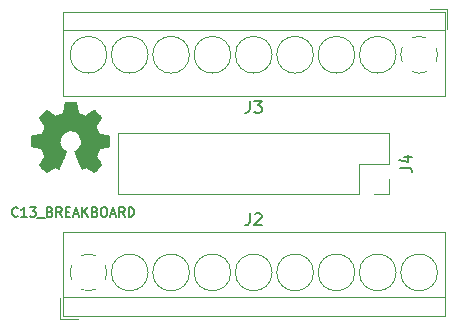
<source format=gbr>
G04 #@! TF.GenerationSoftware,KiCad,Pcbnew,5.1.5+dfsg1-2build2*
G04 #@! TF.CreationDate,2021-09-29T17:25:42-05:00*
G04 #@! TF.ProjectId,C13,4331332e-6b69-4636-9164-5f7063625858,rev?*
G04 #@! TF.SameCoordinates,Original*
G04 #@! TF.FileFunction,Legend,Top*
G04 #@! TF.FilePolarity,Positive*
%FSLAX46Y46*%
G04 Gerber Fmt 4.6, Leading zero omitted, Abs format (unit mm)*
G04 Created by KiCad (PCBNEW 5.1.5+dfsg1-2build2) date 2021-09-29 17:25:42*
%MOMM*%
%LPD*%
G04 APERTURE LIST*
%ADD10C,0.150000*%
%ADD11C,0.010000*%
%ADD12C,0.120000*%
G04 APERTURE END LIST*
D10*
X24143285Y-38385714D02*
X24105190Y-38423809D01*
X23990904Y-38461904D01*
X23914714Y-38461904D01*
X23800428Y-38423809D01*
X23724238Y-38347619D01*
X23686142Y-38271428D01*
X23648047Y-38119047D01*
X23648047Y-38004761D01*
X23686142Y-37852380D01*
X23724238Y-37776190D01*
X23800428Y-37700000D01*
X23914714Y-37661904D01*
X23990904Y-37661904D01*
X24105190Y-37700000D01*
X24143285Y-37738095D01*
X24905190Y-38461904D02*
X24448047Y-38461904D01*
X24676619Y-38461904D02*
X24676619Y-37661904D01*
X24600428Y-37776190D01*
X24524238Y-37852380D01*
X24448047Y-37890476D01*
X25171857Y-37661904D02*
X25667095Y-37661904D01*
X25400428Y-37966666D01*
X25514714Y-37966666D01*
X25590904Y-38004761D01*
X25629000Y-38042857D01*
X25667095Y-38119047D01*
X25667095Y-38309523D01*
X25629000Y-38385714D01*
X25590904Y-38423809D01*
X25514714Y-38461904D01*
X25286142Y-38461904D01*
X25209952Y-38423809D01*
X25171857Y-38385714D01*
X25819476Y-38538095D02*
X26429000Y-38538095D01*
X26886142Y-38042857D02*
X27000428Y-38080952D01*
X27038523Y-38119047D01*
X27076619Y-38195238D01*
X27076619Y-38309523D01*
X27038523Y-38385714D01*
X27000428Y-38423809D01*
X26924238Y-38461904D01*
X26619476Y-38461904D01*
X26619476Y-37661904D01*
X26886142Y-37661904D01*
X26962333Y-37700000D01*
X27000428Y-37738095D01*
X27038523Y-37814285D01*
X27038523Y-37890476D01*
X27000428Y-37966666D01*
X26962333Y-38004761D01*
X26886142Y-38042857D01*
X26619476Y-38042857D01*
X27876619Y-38461904D02*
X27609952Y-38080952D01*
X27419476Y-38461904D02*
X27419476Y-37661904D01*
X27724238Y-37661904D01*
X27800428Y-37700000D01*
X27838523Y-37738095D01*
X27876619Y-37814285D01*
X27876619Y-37928571D01*
X27838523Y-38004761D01*
X27800428Y-38042857D01*
X27724238Y-38080952D01*
X27419476Y-38080952D01*
X28219476Y-38042857D02*
X28486142Y-38042857D01*
X28600428Y-38461904D02*
X28219476Y-38461904D01*
X28219476Y-37661904D01*
X28600428Y-37661904D01*
X28905190Y-38233333D02*
X29286142Y-38233333D01*
X28829000Y-38461904D02*
X29095666Y-37661904D01*
X29362333Y-38461904D01*
X29629000Y-38461904D02*
X29629000Y-37661904D01*
X30086142Y-38461904D02*
X29743285Y-38004761D01*
X30086142Y-37661904D02*
X29629000Y-38119047D01*
X30695666Y-38042857D02*
X30809952Y-38080952D01*
X30848047Y-38119047D01*
X30886142Y-38195238D01*
X30886142Y-38309523D01*
X30848047Y-38385714D01*
X30809952Y-38423809D01*
X30733761Y-38461904D01*
X30429000Y-38461904D01*
X30429000Y-37661904D01*
X30695666Y-37661904D01*
X30771857Y-37700000D01*
X30809952Y-37738095D01*
X30848047Y-37814285D01*
X30848047Y-37890476D01*
X30809952Y-37966666D01*
X30771857Y-38004761D01*
X30695666Y-38042857D01*
X30429000Y-38042857D01*
X31381380Y-37661904D02*
X31533761Y-37661904D01*
X31609952Y-37700000D01*
X31686142Y-37776190D01*
X31724238Y-37928571D01*
X31724238Y-38195238D01*
X31686142Y-38347619D01*
X31609952Y-38423809D01*
X31533761Y-38461904D01*
X31381380Y-38461904D01*
X31305190Y-38423809D01*
X31229000Y-38347619D01*
X31190904Y-38195238D01*
X31190904Y-37928571D01*
X31229000Y-37776190D01*
X31305190Y-37700000D01*
X31381380Y-37661904D01*
X32029000Y-38233333D02*
X32409952Y-38233333D01*
X31952809Y-38461904D02*
X32219476Y-37661904D01*
X32486142Y-38461904D01*
X33209952Y-38461904D02*
X32943285Y-38080952D01*
X32752809Y-38461904D02*
X32752809Y-37661904D01*
X33057571Y-37661904D01*
X33133761Y-37700000D01*
X33171857Y-37738095D01*
X33209952Y-37814285D01*
X33209952Y-37928571D01*
X33171857Y-38004761D01*
X33133761Y-38042857D01*
X33057571Y-38080952D01*
X32752809Y-38080952D01*
X33552809Y-38461904D02*
X33552809Y-37661904D01*
X33743285Y-37661904D01*
X33857571Y-37700000D01*
X33933761Y-37776190D01*
X33971857Y-37852380D01*
X34009952Y-38004761D01*
X34009952Y-38119047D01*
X33971857Y-38271428D01*
X33933761Y-38347619D01*
X33857571Y-38423809D01*
X33743285Y-38461904D01*
X33552809Y-38461904D01*
D11*
G36*
X29130814Y-29218931D02*
G01*
X29214635Y-29663555D01*
X29523920Y-29791053D01*
X29833206Y-29918551D01*
X30204246Y-29666246D01*
X30308157Y-29595996D01*
X30402087Y-29533272D01*
X30481652Y-29480938D01*
X30542470Y-29441857D01*
X30580157Y-29418893D01*
X30590421Y-29413942D01*
X30608910Y-29426676D01*
X30648420Y-29461882D01*
X30704522Y-29515062D01*
X30772787Y-29581718D01*
X30848786Y-29657354D01*
X30928092Y-29737472D01*
X31006275Y-29817574D01*
X31078907Y-29893164D01*
X31141559Y-29959745D01*
X31189803Y-30012818D01*
X31219210Y-30047887D01*
X31226241Y-30059623D01*
X31216123Y-30081260D01*
X31187759Y-30128662D01*
X31144129Y-30197193D01*
X31088218Y-30282215D01*
X31023006Y-30379093D01*
X30985219Y-30434350D01*
X30916343Y-30535248D01*
X30855140Y-30626299D01*
X30804578Y-30702970D01*
X30767628Y-30760728D01*
X30747258Y-30795043D01*
X30744197Y-30802254D01*
X30751136Y-30822748D01*
X30770051Y-30870513D01*
X30798087Y-30938832D01*
X30832391Y-31020989D01*
X30870109Y-31110270D01*
X30908387Y-31199958D01*
X30944370Y-31283338D01*
X30975206Y-31353694D01*
X30998039Y-31404310D01*
X31010017Y-31428471D01*
X31010724Y-31429422D01*
X31029531Y-31434036D01*
X31079618Y-31444328D01*
X31155793Y-31459287D01*
X31252865Y-31477901D01*
X31365643Y-31499159D01*
X31431442Y-31511418D01*
X31551950Y-31534362D01*
X31660797Y-31556195D01*
X31752476Y-31575722D01*
X31821481Y-31591748D01*
X31862304Y-31603079D01*
X31870511Y-31606674D01*
X31878548Y-31631006D01*
X31885033Y-31685959D01*
X31889970Y-31765108D01*
X31893364Y-31862026D01*
X31895218Y-31970287D01*
X31895538Y-32083465D01*
X31894327Y-32195135D01*
X31891590Y-32298868D01*
X31887331Y-32388241D01*
X31881555Y-32456826D01*
X31874267Y-32498197D01*
X31869895Y-32506810D01*
X31843764Y-32517133D01*
X31788393Y-32531892D01*
X31711107Y-32549352D01*
X31619230Y-32567780D01*
X31587158Y-32573741D01*
X31432524Y-32602066D01*
X31310375Y-32624876D01*
X31216673Y-32643080D01*
X31147384Y-32657583D01*
X31098471Y-32669292D01*
X31065897Y-32679115D01*
X31045628Y-32687956D01*
X31033626Y-32696724D01*
X31031947Y-32698457D01*
X31015184Y-32726371D01*
X30989614Y-32780695D01*
X30957788Y-32854777D01*
X30922260Y-32941965D01*
X30885583Y-33035608D01*
X30850311Y-33129052D01*
X30818996Y-33215647D01*
X30794193Y-33288740D01*
X30778454Y-33341678D01*
X30774332Y-33367811D01*
X30774676Y-33368726D01*
X30788641Y-33390086D01*
X30820322Y-33437084D01*
X30866391Y-33504827D01*
X30923518Y-33588423D01*
X30988373Y-33682982D01*
X31006843Y-33709854D01*
X31072699Y-33807275D01*
X31130650Y-33896163D01*
X31177538Y-33971412D01*
X31210207Y-34027920D01*
X31225500Y-34060581D01*
X31226241Y-34064593D01*
X31213392Y-34085684D01*
X31177888Y-34127464D01*
X31124293Y-34185445D01*
X31057171Y-34255135D01*
X30981087Y-34332045D01*
X30900604Y-34411683D01*
X30820287Y-34489561D01*
X30744699Y-34561186D01*
X30678405Y-34622070D01*
X30625969Y-34667721D01*
X30591955Y-34693650D01*
X30582545Y-34697883D01*
X30560643Y-34687912D01*
X30515800Y-34661020D01*
X30455321Y-34621736D01*
X30408789Y-34590117D01*
X30324475Y-34532098D01*
X30224626Y-34463784D01*
X30124473Y-34395579D01*
X30070627Y-34359075D01*
X29888371Y-34235800D01*
X29735381Y-34318520D01*
X29665682Y-34354759D01*
X29606414Y-34382926D01*
X29566311Y-34398991D01*
X29556103Y-34401226D01*
X29543829Y-34384722D01*
X29519613Y-34338082D01*
X29485263Y-34265609D01*
X29442588Y-34171606D01*
X29393394Y-34060374D01*
X29339490Y-33936215D01*
X29282684Y-33803432D01*
X29224782Y-33666327D01*
X29167593Y-33529202D01*
X29112924Y-33396358D01*
X29062584Y-33272098D01*
X29018380Y-33160725D01*
X28982119Y-33066539D01*
X28955609Y-32993844D01*
X28940658Y-32946941D01*
X28938254Y-32930833D01*
X28957311Y-32910286D01*
X28999036Y-32876933D01*
X29054706Y-32837702D01*
X29059378Y-32834599D01*
X29203264Y-32719423D01*
X29319283Y-32585053D01*
X29406430Y-32435784D01*
X29463699Y-32275913D01*
X29490086Y-32109737D01*
X29484585Y-31941552D01*
X29446190Y-31775655D01*
X29373895Y-31616342D01*
X29352626Y-31581487D01*
X29241996Y-31440737D01*
X29111302Y-31327714D01*
X28965064Y-31243003D01*
X28807808Y-31187194D01*
X28644057Y-31160874D01*
X28478333Y-31164630D01*
X28315162Y-31199050D01*
X28159065Y-31264723D01*
X28014567Y-31362235D01*
X27969869Y-31401813D01*
X27856112Y-31525703D01*
X27773218Y-31656124D01*
X27716356Y-31802315D01*
X27684687Y-31947088D01*
X27676869Y-32109860D01*
X27702938Y-32273440D01*
X27760245Y-32432298D01*
X27846144Y-32580906D01*
X27957986Y-32713735D01*
X28093123Y-32825256D01*
X28110883Y-32837011D01*
X28167150Y-32875508D01*
X28209923Y-32908863D01*
X28230372Y-32930160D01*
X28230669Y-32930833D01*
X28226279Y-32953871D01*
X28208876Y-33006157D01*
X28180268Y-33083390D01*
X28142265Y-33181268D01*
X28096674Y-33295491D01*
X28045303Y-33421758D01*
X27989962Y-33555767D01*
X27932458Y-33693218D01*
X27874601Y-33829808D01*
X27818198Y-33961237D01*
X27765058Y-34083205D01*
X27716990Y-34191409D01*
X27675801Y-34281549D01*
X27643301Y-34349323D01*
X27621297Y-34390430D01*
X27612436Y-34401226D01*
X27585360Y-34392819D01*
X27534697Y-34370272D01*
X27469183Y-34337613D01*
X27433159Y-34318520D01*
X27280168Y-34235800D01*
X27097912Y-34359075D01*
X27004875Y-34422228D01*
X26903015Y-34491727D01*
X26807562Y-34557165D01*
X26759750Y-34590117D01*
X26692505Y-34635273D01*
X26635564Y-34671057D01*
X26596354Y-34692938D01*
X26583619Y-34697563D01*
X26565083Y-34685085D01*
X26524059Y-34650252D01*
X26464525Y-34596678D01*
X26390458Y-34527983D01*
X26305835Y-34447781D01*
X26252315Y-34396286D01*
X26158681Y-34304286D01*
X26077759Y-34221999D01*
X26012823Y-34152945D01*
X25967142Y-34100644D01*
X25943989Y-34068616D01*
X25941768Y-34062116D01*
X25952076Y-34037394D01*
X25980561Y-33987405D01*
X26024063Y-33917212D01*
X26079423Y-33831875D01*
X26143480Y-33736456D01*
X26161697Y-33709854D01*
X26228073Y-33613167D01*
X26287622Y-33526117D01*
X26337016Y-33453595D01*
X26372925Y-33400493D01*
X26392019Y-33371703D01*
X26393864Y-33368726D01*
X26391105Y-33345782D01*
X26376462Y-33295336D01*
X26352487Y-33224041D01*
X26321734Y-33138547D01*
X26286756Y-33045507D01*
X26250107Y-32951574D01*
X26214339Y-32863399D01*
X26182006Y-32787634D01*
X26155662Y-32730931D01*
X26137858Y-32699943D01*
X26136593Y-32698457D01*
X26125706Y-32689601D01*
X26107318Y-32680843D01*
X26077394Y-32671277D01*
X26031897Y-32659996D01*
X25966791Y-32646093D01*
X25878039Y-32628663D01*
X25761607Y-32606798D01*
X25613458Y-32579591D01*
X25581382Y-32573741D01*
X25486314Y-32555374D01*
X25403435Y-32537405D01*
X25340070Y-32521569D01*
X25303542Y-32509600D01*
X25298644Y-32506810D01*
X25290573Y-32482072D01*
X25284013Y-32426790D01*
X25278967Y-32347389D01*
X25275441Y-32250296D01*
X25273439Y-32141938D01*
X25272964Y-32028740D01*
X25274023Y-31917128D01*
X25276618Y-31813529D01*
X25280754Y-31724368D01*
X25286437Y-31656072D01*
X25293669Y-31615066D01*
X25298029Y-31606674D01*
X25322302Y-31598208D01*
X25377574Y-31584435D01*
X25458338Y-31566550D01*
X25559088Y-31545748D01*
X25674317Y-31523223D01*
X25737098Y-31511418D01*
X25856213Y-31489151D01*
X25962435Y-31468979D01*
X26050573Y-31451915D01*
X26115434Y-31438969D01*
X26151826Y-31431155D01*
X26157816Y-31429422D01*
X26167939Y-31409890D01*
X26189338Y-31362843D01*
X26219161Y-31295003D01*
X26254555Y-31213091D01*
X26292668Y-31123828D01*
X26330647Y-31033935D01*
X26365640Y-30950135D01*
X26394794Y-30879147D01*
X26415257Y-30827694D01*
X26424177Y-30802497D01*
X26424343Y-30801396D01*
X26414231Y-30781519D01*
X26385883Y-30735777D01*
X26342277Y-30668717D01*
X26286394Y-30584884D01*
X26221213Y-30488826D01*
X26183321Y-30433650D01*
X26114275Y-30332481D01*
X26052950Y-30240630D01*
X26002337Y-30162744D01*
X25965429Y-30103469D01*
X25945218Y-30067451D01*
X25942299Y-30059377D01*
X25954847Y-30040584D01*
X25989537Y-30000457D01*
X26041937Y-29943493D01*
X26107616Y-29874185D01*
X26182144Y-29797031D01*
X26261087Y-29716525D01*
X26340017Y-29637163D01*
X26414500Y-29563440D01*
X26480106Y-29499852D01*
X26532404Y-29450894D01*
X26566961Y-29421061D01*
X26578522Y-29413942D01*
X26597346Y-29423953D01*
X26642369Y-29452078D01*
X26709213Y-29495454D01*
X26793501Y-29551218D01*
X26890856Y-29616506D01*
X26964293Y-29666246D01*
X27335333Y-29918551D01*
X27953905Y-29663555D01*
X28037725Y-29218931D01*
X28121546Y-28774307D01*
X29046994Y-28774307D01*
X29130814Y-29218931D01*
G37*
X29130814Y-29218931D02*
X29214635Y-29663555D01*
X29523920Y-29791053D01*
X29833206Y-29918551D01*
X30204246Y-29666246D01*
X30308157Y-29595996D01*
X30402087Y-29533272D01*
X30481652Y-29480938D01*
X30542470Y-29441857D01*
X30580157Y-29418893D01*
X30590421Y-29413942D01*
X30608910Y-29426676D01*
X30648420Y-29461882D01*
X30704522Y-29515062D01*
X30772787Y-29581718D01*
X30848786Y-29657354D01*
X30928092Y-29737472D01*
X31006275Y-29817574D01*
X31078907Y-29893164D01*
X31141559Y-29959745D01*
X31189803Y-30012818D01*
X31219210Y-30047887D01*
X31226241Y-30059623D01*
X31216123Y-30081260D01*
X31187759Y-30128662D01*
X31144129Y-30197193D01*
X31088218Y-30282215D01*
X31023006Y-30379093D01*
X30985219Y-30434350D01*
X30916343Y-30535248D01*
X30855140Y-30626299D01*
X30804578Y-30702970D01*
X30767628Y-30760728D01*
X30747258Y-30795043D01*
X30744197Y-30802254D01*
X30751136Y-30822748D01*
X30770051Y-30870513D01*
X30798087Y-30938832D01*
X30832391Y-31020989D01*
X30870109Y-31110270D01*
X30908387Y-31199958D01*
X30944370Y-31283338D01*
X30975206Y-31353694D01*
X30998039Y-31404310D01*
X31010017Y-31428471D01*
X31010724Y-31429422D01*
X31029531Y-31434036D01*
X31079618Y-31444328D01*
X31155793Y-31459287D01*
X31252865Y-31477901D01*
X31365643Y-31499159D01*
X31431442Y-31511418D01*
X31551950Y-31534362D01*
X31660797Y-31556195D01*
X31752476Y-31575722D01*
X31821481Y-31591748D01*
X31862304Y-31603079D01*
X31870511Y-31606674D01*
X31878548Y-31631006D01*
X31885033Y-31685959D01*
X31889970Y-31765108D01*
X31893364Y-31862026D01*
X31895218Y-31970287D01*
X31895538Y-32083465D01*
X31894327Y-32195135D01*
X31891590Y-32298868D01*
X31887331Y-32388241D01*
X31881555Y-32456826D01*
X31874267Y-32498197D01*
X31869895Y-32506810D01*
X31843764Y-32517133D01*
X31788393Y-32531892D01*
X31711107Y-32549352D01*
X31619230Y-32567780D01*
X31587158Y-32573741D01*
X31432524Y-32602066D01*
X31310375Y-32624876D01*
X31216673Y-32643080D01*
X31147384Y-32657583D01*
X31098471Y-32669292D01*
X31065897Y-32679115D01*
X31045628Y-32687956D01*
X31033626Y-32696724D01*
X31031947Y-32698457D01*
X31015184Y-32726371D01*
X30989614Y-32780695D01*
X30957788Y-32854777D01*
X30922260Y-32941965D01*
X30885583Y-33035608D01*
X30850311Y-33129052D01*
X30818996Y-33215647D01*
X30794193Y-33288740D01*
X30778454Y-33341678D01*
X30774332Y-33367811D01*
X30774676Y-33368726D01*
X30788641Y-33390086D01*
X30820322Y-33437084D01*
X30866391Y-33504827D01*
X30923518Y-33588423D01*
X30988373Y-33682982D01*
X31006843Y-33709854D01*
X31072699Y-33807275D01*
X31130650Y-33896163D01*
X31177538Y-33971412D01*
X31210207Y-34027920D01*
X31225500Y-34060581D01*
X31226241Y-34064593D01*
X31213392Y-34085684D01*
X31177888Y-34127464D01*
X31124293Y-34185445D01*
X31057171Y-34255135D01*
X30981087Y-34332045D01*
X30900604Y-34411683D01*
X30820287Y-34489561D01*
X30744699Y-34561186D01*
X30678405Y-34622070D01*
X30625969Y-34667721D01*
X30591955Y-34693650D01*
X30582545Y-34697883D01*
X30560643Y-34687912D01*
X30515800Y-34661020D01*
X30455321Y-34621736D01*
X30408789Y-34590117D01*
X30324475Y-34532098D01*
X30224626Y-34463784D01*
X30124473Y-34395579D01*
X30070627Y-34359075D01*
X29888371Y-34235800D01*
X29735381Y-34318520D01*
X29665682Y-34354759D01*
X29606414Y-34382926D01*
X29566311Y-34398991D01*
X29556103Y-34401226D01*
X29543829Y-34384722D01*
X29519613Y-34338082D01*
X29485263Y-34265609D01*
X29442588Y-34171606D01*
X29393394Y-34060374D01*
X29339490Y-33936215D01*
X29282684Y-33803432D01*
X29224782Y-33666327D01*
X29167593Y-33529202D01*
X29112924Y-33396358D01*
X29062584Y-33272098D01*
X29018380Y-33160725D01*
X28982119Y-33066539D01*
X28955609Y-32993844D01*
X28940658Y-32946941D01*
X28938254Y-32930833D01*
X28957311Y-32910286D01*
X28999036Y-32876933D01*
X29054706Y-32837702D01*
X29059378Y-32834599D01*
X29203264Y-32719423D01*
X29319283Y-32585053D01*
X29406430Y-32435784D01*
X29463699Y-32275913D01*
X29490086Y-32109737D01*
X29484585Y-31941552D01*
X29446190Y-31775655D01*
X29373895Y-31616342D01*
X29352626Y-31581487D01*
X29241996Y-31440737D01*
X29111302Y-31327714D01*
X28965064Y-31243003D01*
X28807808Y-31187194D01*
X28644057Y-31160874D01*
X28478333Y-31164630D01*
X28315162Y-31199050D01*
X28159065Y-31264723D01*
X28014567Y-31362235D01*
X27969869Y-31401813D01*
X27856112Y-31525703D01*
X27773218Y-31656124D01*
X27716356Y-31802315D01*
X27684687Y-31947088D01*
X27676869Y-32109860D01*
X27702938Y-32273440D01*
X27760245Y-32432298D01*
X27846144Y-32580906D01*
X27957986Y-32713735D01*
X28093123Y-32825256D01*
X28110883Y-32837011D01*
X28167150Y-32875508D01*
X28209923Y-32908863D01*
X28230372Y-32930160D01*
X28230669Y-32930833D01*
X28226279Y-32953871D01*
X28208876Y-33006157D01*
X28180268Y-33083390D01*
X28142265Y-33181268D01*
X28096674Y-33295491D01*
X28045303Y-33421758D01*
X27989962Y-33555767D01*
X27932458Y-33693218D01*
X27874601Y-33829808D01*
X27818198Y-33961237D01*
X27765058Y-34083205D01*
X27716990Y-34191409D01*
X27675801Y-34281549D01*
X27643301Y-34349323D01*
X27621297Y-34390430D01*
X27612436Y-34401226D01*
X27585360Y-34392819D01*
X27534697Y-34370272D01*
X27469183Y-34337613D01*
X27433159Y-34318520D01*
X27280168Y-34235800D01*
X27097912Y-34359075D01*
X27004875Y-34422228D01*
X26903015Y-34491727D01*
X26807562Y-34557165D01*
X26759750Y-34590117D01*
X26692505Y-34635273D01*
X26635564Y-34671057D01*
X26596354Y-34692938D01*
X26583619Y-34697563D01*
X26565083Y-34685085D01*
X26524059Y-34650252D01*
X26464525Y-34596678D01*
X26390458Y-34527983D01*
X26305835Y-34447781D01*
X26252315Y-34396286D01*
X26158681Y-34304286D01*
X26077759Y-34221999D01*
X26012823Y-34152945D01*
X25967142Y-34100644D01*
X25943989Y-34068616D01*
X25941768Y-34062116D01*
X25952076Y-34037394D01*
X25980561Y-33987405D01*
X26024063Y-33917212D01*
X26079423Y-33831875D01*
X26143480Y-33736456D01*
X26161697Y-33709854D01*
X26228073Y-33613167D01*
X26287622Y-33526117D01*
X26337016Y-33453595D01*
X26372925Y-33400493D01*
X26392019Y-33371703D01*
X26393864Y-33368726D01*
X26391105Y-33345782D01*
X26376462Y-33295336D01*
X26352487Y-33224041D01*
X26321734Y-33138547D01*
X26286756Y-33045507D01*
X26250107Y-32951574D01*
X26214339Y-32863399D01*
X26182006Y-32787634D01*
X26155662Y-32730931D01*
X26137858Y-32699943D01*
X26136593Y-32698457D01*
X26125706Y-32689601D01*
X26107318Y-32680843D01*
X26077394Y-32671277D01*
X26031897Y-32659996D01*
X25966791Y-32646093D01*
X25878039Y-32628663D01*
X25761607Y-32606798D01*
X25613458Y-32579591D01*
X25581382Y-32573741D01*
X25486314Y-32555374D01*
X25403435Y-32537405D01*
X25340070Y-32521569D01*
X25303542Y-32509600D01*
X25298644Y-32506810D01*
X25290573Y-32482072D01*
X25284013Y-32426790D01*
X25278967Y-32347389D01*
X25275441Y-32250296D01*
X25273439Y-32141938D01*
X25272964Y-32028740D01*
X25274023Y-31917128D01*
X25276618Y-31813529D01*
X25280754Y-31724368D01*
X25286437Y-31656072D01*
X25293669Y-31615066D01*
X25298029Y-31606674D01*
X25322302Y-31598208D01*
X25377574Y-31584435D01*
X25458338Y-31566550D01*
X25559088Y-31545748D01*
X25674317Y-31523223D01*
X25737098Y-31511418D01*
X25856213Y-31489151D01*
X25962435Y-31468979D01*
X26050573Y-31451915D01*
X26115434Y-31438969D01*
X26151826Y-31431155D01*
X26157816Y-31429422D01*
X26167939Y-31409890D01*
X26189338Y-31362843D01*
X26219161Y-31295003D01*
X26254555Y-31213091D01*
X26292668Y-31123828D01*
X26330647Y-31033935D01*
X26365640Y-30950135D01*
X26394794Y-30879147D01*
X26415257Y-30827694D01*
X26424177Y-30802497D01*
X26424343Y-30801396D01*
X26414231Y-30781519D01*
X26385883Y-30735777D01*
X26342277Y-30668717D01*
X26286394Y-30584884D01*
X26221213Y-30488826D01*
X26183321Y-30433650D01*
X26114275Y-30332481D01*
X26052950Y-30240630D01*
X26002337Y-30162744D01*
X25965429Y-30103469D01*
X25945218Y-30067451D01*
X25942299Y-30059377D01*
X25954847Y-30040584D01*
X25989537Y-30000457D01*
X26041937Y-29943493D01*
X26107616Y-29874185D01*
X26182144Y-29797031D01*
X26261087Y-29716525D01*
X26340017Y-29637163D01*
X26414500Y-29563440D01*
X26480106Y-29499852D01*
X26532404Y-29450894D01*
X26566961Y-29421061D01*
X26578522Y-29413942D01*
X26597346Y-29423953D01*
X26642369Y-29452078D01*
X26709213Y-29495454D01*
X26793501Y-29551218D01*
X26890856Y-29616506D01*
X26964293Y-29666246D01*
X27335333Y-29918551D01*
X27953905Y-29663555D01*
X28037725Y-29218931D01*
X28121546Y-28774307D01*
X29046994Y-28774307D01*
X29130814Y-29218931D01*
D12*
X60530000Y-20857000D02*
X59030000Y-20857000D01*
X60530000Y-22597000D02*
X60530000Y-20857000D01*
X27970000Y-28217000D02*
X27970000Y-21097000D01*
X60290000Y-28217000D02*
X60290000Y-21097000D01*
X60290000Y-21097000D02*
X27970000Y-21097000D01*
X60290000Y-28217000D02*
X27970000Y-28217000D01*
X60290000Y-22657000D02*
X27970000Y-22657000D01*
X31685000Y-24757000D02*
G75*
G03X31685000Y-24757000I-1555000J0D01*
G01*
X35185000Y-24757000D02*
G75*
G03X35185000Y-24757000I-1555000J0D01*
G01*
X38685000Y-24757000D02*
G75*
G03X38685000Y-24757000I-1555000J0D01*
G01*
X42185000Y-24757000D02*
G75*
G03X42185000Y-24757000I-1555000J0D01*
G01*
X45685000Y-24757000D02*
G75*
G03X45685000Y-24757000I-1555000J0D01*
G01*
X49185000Y-24757000D02*
G75*
G03X49185000Y-24757000I-1555000J0D01*
G01*
X52685000Y-24757000D02*
G75*
G03X52685000Y-24757000I-1555000J0D01*
G01*
X56185000Y-24757000D02*
G75*
G03X56185000Y-24757000I-1555000J0D01*
G01*
X58102989Y-23201508D02*
G75*
G02X58738000Y-23325000I27011J-1555492D01*
G01*
X59562109Y-24149258D02*
G75*
G02X59562000Y-25365000I-1432109J-607742D01*
G01*
X58737742Y-26189109D02*
G75*
G02X57522000Y-26189000I-607742J1432109D01*
G01*
X56697891Y-25364742D02*
G75*
G02X56698000Y-24149000I1432109J607742D01*
G01*
X57522413Y-23325615D02*
G75*
G02X58130000Y-23202000I607587J-1431385D01*
G01*
X27730000Y-47088000D02*
X29230000Y-47088000D01*
X27730000Y-45348000D02*
X27730000Y-47088000D01*
X60290000Y-39728000D02*
X60290000Y-46848000D01*
X27970000Y-39728000D02*
X27970000Y-46848000D01*
X27970000Y-46848000D02*
X60290000Y-46848000D01*
X27970000Y-39728000D02*
X60290000Y-39728000D01*
X27970000Y-45288000D02*
X60290000Y-45288000D01*
X59685000Y-43188000D02*
G75*
G03X59685000Y-43188000I-1555000J0D01*
G01*
X56185000Y-43188000D02*
G75*
G03X56185000Y-43188000I-1555000J0D01*
G01*
X52685000Y-43188000D02*
G75*
G03X52685000Y-43188000I-1555000J0D01*
G01*
X49185000Y-43188000D02*
G75*
G03X49185000Y-43188000I-1555000J0D01*
G01*
X45685000Y-43188000D02*
G75*
G03X45685000Y-43188000I-1555000J0D01*
G01*
X42185000Y-43188000D02*
G75*
G03X42185000Y-43188000I-1555000J0D01*
G01*
X38685000Y-43188000D02*
G75*
G03X38685000Y-43188000I-1555000J0D01*
G01*
X35185000Y-43188000D02*
G75*
G03X35185000Y-43188000I-1555000J0D01*
G01*
X30157011Y-44743492D02*
G75*
G02X29522000Y-44620000I-27011J1555492D01*
G01*
X28697891Y-43795742D02*
G75*
G02X28698000Y-42580000I1432109J607742D01*
G01*
X29522258Y-41755891D02*
G75*
G02X30738000Y-41756000I607742J-1432109D01*
G01*
X31562109Y-42580258D02*
G75*
G02X31562000Y-43796000I-1432109J-607742D01*
G01*
X30737587Y-44619385D02*
G75*
G02X30130000Y-44743000I-607587J1431385D01*
G01*
X55620000Y-35240000D02*
X55620000Y-36570000D01*
X55620000Y-36570000D02*
X54290000Y-36570000D01*
X55620000Y-33970000D02*
X53020000Y-33970000D01*
X53020000Y-33970000D02*
X53020000Y-36570000D01*
X53020000Y-36570000D02*
X32640000Y-36570000D01*
X32640000Y-31370000D02*
X32640000Y-36570000D01*
X55620000Y-31370000D02*
X32640000Y-31370000D01*
X55620000Y-31370000D02*
X55620000Y-33970000D01*
D10*
X43796666Y-28669380D02*
X43796666Y-29383666D01*
X43749047Y-29526523D01*
X43653809Y-29621761D01*
X43510952Y-29669380D01*
X43415714Y-29669380D01*
X44177619Y-28669380D02*
X44796666Y-28669380D01*
X44463333Y-29050333D01*
X44606190Y-29050333D01*
X44701428Y-29097952D01*
X44749047Y-29145571D01*
X44796666Y-29240809D01*
X44796666Y-29478904D01*
X44749047Y-29574142D01*
X44701428Y-29621761D01*
X44606190Y-29669380D01*
X44320476Y-29669380D01*
X44225238Y-29621761D01*
X44177619Y-29574142D01*
X43796666Y-38180380D02*
X43796666Y-38894666D01*
X43749047Y-39037523D01*
X43653809Y-39132761D01*
X43510952Y-39180380D01*
X43415714Y-39180380D01*
X44225238Y-38275619D02*
X44272857Y-38228000D01*
X44368095Y-38180380D01*
X44606190Y-38180380D01*
X44701428Y-38228000D01*
X44749047Y-38275619D01*
X44796666Y-38370857D01*
X44796666Y-38466095D01*
X44749047Y-38608952D01*
X44177619Y-39180380D01*
X44796666Y-39180380D01*
X56512380Y-34303333D02*
X57226666Y-34303333D01*
X57369523Y-34350952D01*
X57464761Y-34446190D01*
X57512380Y-34589047D01*
X57512380Y-34684285D01*
X56845714Y-33398571D02*
X57512380Y-33398571D01*
X56464761Y-33636666D02*
X57179047Y-33874761D01*
X57179047Y-33255714D01*
M02*

</source>
